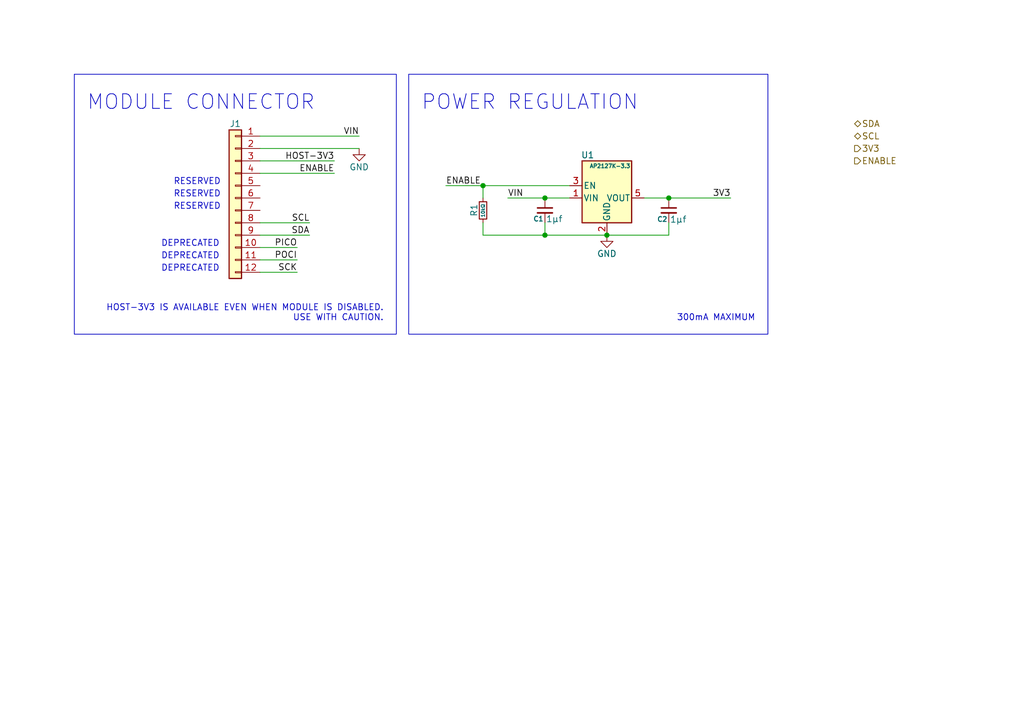
<source format=kicad_sch>
(kicad_sch (version 20230121) (generator eeschema)
  (paper "A5")
  (title_block (title "Module Prerequisites") (date "2023-08-16") (company "Fieldkit") (comment 1 "Bradley Gawthrop") (comment 2 "module-template"))
  (lib_symbols
    (symbol "Connector_Generic:Conn_01x12" (pin_names (offset 1.016) hide)
      (property "Reference" "J" (at 0 15.24 0))
      (property "Value" "Conn_01x12" (at 0 -17.78 0))
      (symbol "Conn_01x12_1_1"
        (rectangle (start -1.27 -15.113) (end 0 -15.367) (stroke (width 0.1524)))
        (rectangle (start -1.27 -12.573) (end 0 -12.827) (stroke (width 0.1524)))
        (rectangle (start -1.27 -10.033) (end 0 -10.287) (stroke (width 0.1524)))
        (rectangle (start -1.27 -7.493) (end 0 -7.747) (stroke (width 0.1524)))
        (rectangle (start -1.27 -4.953) (end 0 -5.207) (stroke (width 0.1524)))
        (rectangle (start -1.27 -2.413) (end 0 -2.667) (stroke (width 0.1524)))
        (rectangle (start -1.27 0.127) (end 0 -0.127) (stroke (width 0.1524)))
        (rectangle (start -1.27 2.667) (end 0 2.413) (stroke (width 0.1524)))
        (rectangle (start -1.27 5.207) (end 0 4.953) (stroke (width 0.1524)))
        (rectangle (start -1.27 7.747) (end 0 7.493) (stroke (width 0.1524)))
        (rectangle (start -1.27 10.287) (end 0 10.033) (stroke (width 0.1524)))
        (rectangle (start -1.27 12.827) (end 0 12.573) (stroke (width 0.1524)))
        (rectangle (start -1.27 13.97) (end 1.27 -16.51) (stroke (width 0.254)) (fill (type background)))
        (pin passive line (at -5.08 12.7 0) (length 3.81) (name "Pin_1") (number "1"))
        (pin passive line (at -5.08 -10.16 0) (length 3.81) (name "Pin_10") (number "10"))
        (pin passive line (at -5.08 -12.7 0) (length 3.81) (name "Pin_11") (number "11"))
        (pin passive line (at -5.08 -15.24 0) (length 3.81) (name "Pin_12") (number "12"))
        (pin passive line (at -5.08 10.16 0) (length 3.81) (name "Pin_2") (number "2"))
        (pin passive line (at -5.08 7.62 0) (length 3.81) (name "Pin_3") (number "3"))
        (pin passive line (at -5.08 5.08 0) (length 3.81) (name "Pin_4") (number "4"))
        (pin passive line (at -5.08 2.54 0) (length 3.81) (name "Pin_5") (number "5"))
        (pin passive line (at -5.08 0 0) (length 3.81) (name "Pin_6") (number "6"))
        (pin passive line (at -5.08 -2.54 0) (length 3.81) (name "Pin_7") (number "7"))
        (pin passive line (at -5.08 -5.08 0) (length 3.81) (name "Pin_8") (number "8"))
        (pin passive line (at -5.08 -7.62 0) (length 3.81) (name "Pin_9") (number "9"))
      )
    )
    (symbol "Device:C_Small" (pin_numbers hide) (pin_names (offset 0.254) hide)
      (property "Reference" "C" (at 0.254 1.778 0))
      (property "Value" "C_Small" (at 0.254 -2.032 0))
      (symbol "C_Small_0_1"
        (polyline (pts (xy -1.524 -0.508) (xy 1.524 -0.508)) (stroke (width 0.3302)))
        (polyline (pts (xy -1.524 0.508) (xy 1.524 0.508)) (stroke (width 0.3048)))
      )
      (symbol "C_Small_1_1"
        (pin passive line (at 0 2.54 270) (length 2.032) (name "~") (number "1"))
        (pin passive line (at 0 -2.54 90) (length 2.032) (name "~") (number "2"))
      )
    )
    (symbol "Device:R_Small" (pin_numbers hide) (pin_names (offset 0.254) hide)
      (property "Reference" "R" (at 0.762 0.508 0))
      (property "Value" "R_Small" (at 0.762 -1.016 0))
      (symbol "R_Small_0_1"
        (rectangle (start -0.762 1.778) (end 0.762 -1.778) (stroke (width 0.2032)))
      )
      (symbol "R_Small_1_1"
        (pin passive line (at 0 2.54 270) (length 0.762) (name "~") (number "1"))
        (pin passive line (at 0 -2.54 90) (length 0.762) (name "~") (number "2"))
      )
    )
    (symbol "Regulator_Linear:AP2127K-3.3" (pin_names (offset 0.254))
      (property "Reference" "U1" (at -5.3109 8.8257 0))
      (property "Value" "AP2127K-3.3" (at 0.642 6.5712 0))
      (symbol "AP2127K-3.3_0_1"
        (rectangle (start -5.08 7.62) (end 5.08 -5.08) (stroke (width 0.254)) (fill (type background)))
      )
      (symbol "AP2127K-3.3_1_1"
        (pin power_in line (at -7.62 0 0) (length 2.54) (name "VIN") (number "1"))
        (pin power_in line (at 0 -7.62 90) (length 2.54) (name "GND") (number "2"))
        (pin input line (at -7.62 2.54 0) (length 2.54) (name "EN") (number "3"))
        (pin no_connect line (at 5.08 2.54 180) (length 2.54) hide (name "NC") (number "4"))
        (pin power_out line (at 7.62 0 180) (length 2.54) (name "VOUT") (number "5"))
      )
    )
    (symbol "power:GND" (power) (pin_names (offset 0))
      (property "Value" "GND" (at 0 -3.81 0))
      (symbol "GND_0_1"
        (polyline (pts (xy 0 0) (xy 0 -1.27) (xy 1.27 -1.27) (xy 0 -2.54) (xy -1.27 -1.27) (xy 0 -1.27)))
      )
      (symbol "GND_1_1"
        (pin power_in line (at 0 0 270) (length 0) hide (name "GND") (number "1"))
      )
    )
  )
  (junction (at 124.46 48.26))
  (junction (at 111.76 48.26))
  (junction (at 137.16 40.64))
  (junction (at 99.06 38.1))
  (junction (at 111.76 40.64))
  (wire (pts (xy 91.44 38.1) (xy 99.06 38.1)))
  (wire (pts (xy 137.16 40.64) (xy 149.86 40.64)))
  (wire (pts (xy 53.34 35.56) (xy 68.58 35.56)))
  (wire (pts (xy 53.34 45.72) (xy 63.5 45.72)))
  (wire (pts (xy 137.16 48.26) (xy 124.46 48.26)))
  (wire (pts (xy 99.06 48.26) (xy 111.76 48.26)))
  (wire (pts (xy 53.34 27.94) (xy 73.66 27.94)))
  (wire (pts (xy 111.76 48.26) (xy 124.46 48.26)))
  (wire (pts (xy 53.34 48.26) (xy 63.5 48.26)))
  (wire (pts (xy 137.16 45.72) (xy 137.16 48.26)))
  (wire (pts (xy 104.14 40.64) (xy 111.76 40.64)))
  (wire (pts (xy 111.76 45.72) (xy 111.76 48.26)))
  (wire (pts (xy 99.06 38.1) (xy 116.84 38.1)))
  (wire (pts (xy 53.34 50.8) (xy 60.96 50.8)))
  (wire (pts (xy 53.34 30.48) (xy 73.66 30.48)))
  (wire (pts (xy 53.34 33.02) (xy 68.58 33.02)))
  (wire (pts (xy 99.06 45.72) (xy 99.06 48.26)))
  (wire (pts (xy 132.08 40.64) (xy 137.16 40.64)))
  (wire (pts (xy 53.34 53.34) (xy 60.96 53.34)))
  (wire (pts (xy 99.06 38.1) (xy 99.06 40.64)))
  (wire (pts (xy 111.76 40.64) (xy 116.84 40.64)))
  (wire (pts (xy 53.34 55.88) (xy 60.96 55.88)))
  (rectangle (start 83.82 15.24) (end 157.48 68.58))
  (rectangle (start 15.24 15.24) (end 81.28 68.58))
  (text "MODULE CONNECTOR" (at 17.78 22.86 0) (effects (font (size 3 3)) (justify left bottom)))
  (text "DEPRECATED" (at 33.02 53.34 0) (effects (font (size 1.27 1.27)) (justify left bottom)))
  (text "HOST-3V3 IS AVAILABLE EVEN WHEN MODULE IS DISABLED.\nUSE WITH CAUTION." (at 78.74 66.04 0) (effects (font (size 1.27 1.27)) (justify right bottom)))
  (text "300mA MAXIMUM" (at 154.94 66.04 0) (effects (font (size 1.27 1.27)) (justify right bottom)))
  (text "DEPRECATED" (at 33.02 50.8 0) (effects (font (size 1.27 1.27)) (justify left bottom)))
  (text "DEPRECATED" (at 33.02 55.88 0) (effects (font (size 1.27 1.27)) (justify left bottom)))
  (text "RESERVED" (at 35.56 43.18 0) (effects (font (size 1.27 1.27)) (justify left bottom)))
  (text "POWER REGULATION" (at 86.36 22.86 0) (effects (font (size 3 3)) (justify left bottom)))
  (text "RESERVED" (at 35.56 38.1 0) (effects (font (size 1.27 1.27)) (justify left bottom)))
  (text "RESERVED" (at 35.56 40.64 0) (effects (font (size 1.27 1.27)) (justify left bottom)))
  (label "3V3" (at 149.86 40.64 180))
  (label "SCK" (at 60.96 55.88 180))
  (label "SDA" (at 63.5 48.26 180))
  (label "SCL" (at 63.5 45.72 180))
  (label "ENABLE" (at 68.58 35.56 180))
  (label "HOST-3V3" (at 68.58 33.02 180))
  (label "POCI" (at 60.96 53.34 180))
  (label "ENABLE" (at 91.44 38.1 0))
  (label "VIN" (at 104.14 40.64 0))
  (label "VIN" (at 73.66 27.94 180))
  (label "PICO" (at 60.96 50.8 180))
  (hierarchical_label "3V3" (shape output) (at 175.26 30.48 0))
  (hierarchical_label "ENABLE" (shape output) (at 175.26 33.02 0))
  (hierarchical_label "SDA" (shape bidirectional) (at 175.26 25.4 0))
  (hierarchical_label "SCL" (shape bidirectional) (at 175.26 27.94 0))
  (symbol (lib_id "Device:R_Small") (at 99.06 43.18 0) (unit 1)
    (property "Reference" "R1" (at 97.2264 44.4896 90) (effects (justify left)))
    (property "Value" "10kΩ" (at 99.0734 44.6265 90) (effects (font (size 0.7 0.7)) (justify left)))
  )
  (symbol (lib_id "Device:C_Small") (at 137.16 43.18 0) (unit 1)
    (property "Reference" "C2" (at 137.0021 44.3308 0) (effects (font (size 1 1) bold) (justify right top)))
    (property "Value" "1µf" (at 137.3717 44.2972 0) (effects (justify left top)))
  )
  (symbol (lib_id "Regulator_Linear:AP2127K-3.3") (at 124.46 40.64 0) (unit 1)
    (property "Reference" "U1" (at 119.1491 31.8143 0) (effects (justify left)))
    (property "Value" "AP2127K-3.3" (at 125.102 34.0688 0) (effects (font (size 0.8 0.8))))
    (property "Footprint" "Package_TO_SOT_SMD:SOT-23-5" (effects hide))
    (property "Datasheet" "https://www.diodes.com/assets/Datasheets/AP2127.pdf" (effects hide))
  )
  (symbol (lib_id "power:GND") (at 73.66 30.48 0) (unit 1)
    (property "Reference" "#PWR01" (effects hide))
    (property "Value" "GND" (at 73.66 34.29 0))
  )
  (symbol (lib_id "Connector_Generic:Conn_01x12") (at 48.26 40.64 0) (mirror y) (unit 1)
    (property "Reference" "J1" (at 48.26 25.4 0))
    (property "Value" "Conn_01x12" (effects hide))
  )
  (symbol (lib_id "power:GND") (at 124.46 48.26 0) (unit 1)
    (property "Reference" "#PWR02" (effects hide))
    (property "Value" "GND" (at 124.46 52.07 0))
  )
  (symbol (lib_id "Device:C_Small") (at 111.76 43.18 0) (unit 1)
    (property "Reference" "C1" (at 111.6008 44.2524 0) (effects (font (size 1 1) bold) (justify right top)))
    (property "Value" "1µf" (at 111.948 44.201 0) (effects (justify left top)))
  )
)
</source>
